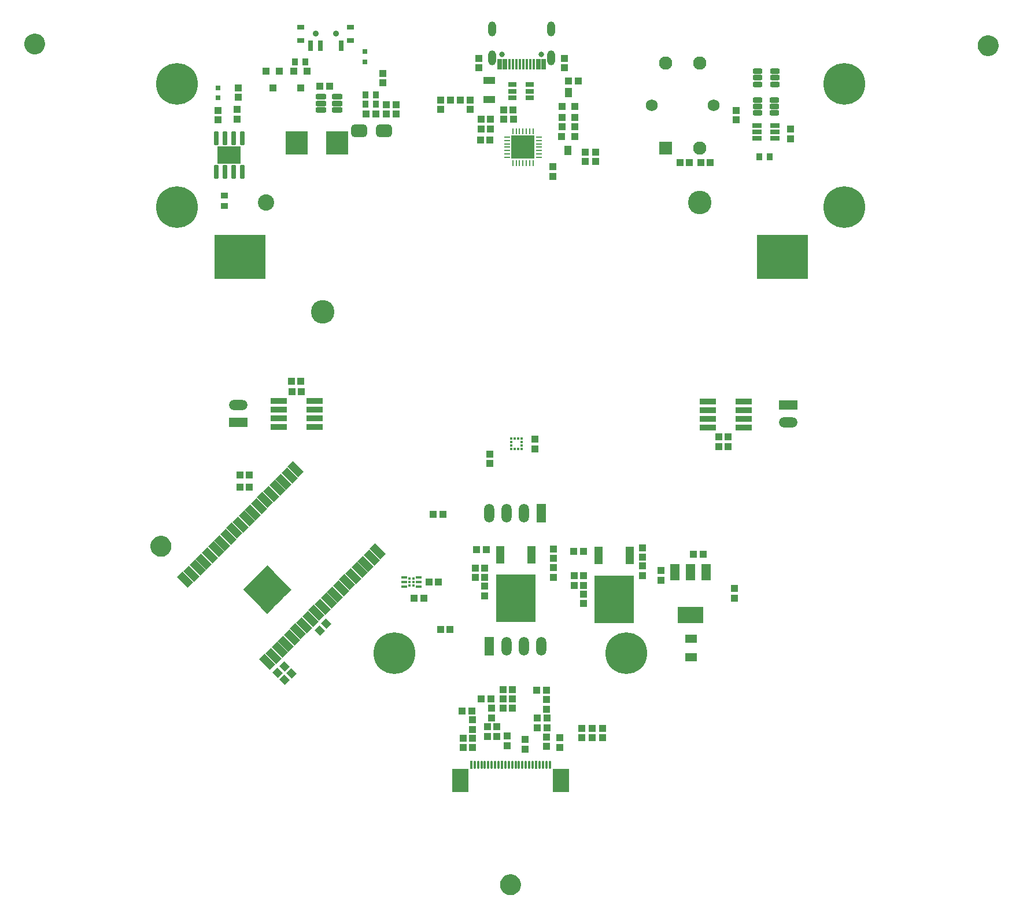
<source format=gts>
G04*
G04 #@! TF.GenerationSoftware,Altium Limited,Altium Designer,23.8.1 (32)*
G04*
G04 Layer_Color=8388736*
%FSLAX25Y25*%
%MOIN*%
G70*
G04*
G04 #@! TF.SameCoordinates,36DDD1C1-7BD6-4DAF-97DA-8CC6A3F3F012*
G04*
G04*
G04 #@! TF.FilePolarity,Negative*
G04*
G01*
G75*
%ADD27R,0.06922X0.05140*%
%ADD29R,0.29400X0.25500*%
%ADD32R,0.01476X0.01378*%
%ADD33R,0.01378X0.01476*%
%ADD39R,0.03150X0.03150*%
%ADD52R,0.03800X0.01000*%
%ADD53R,0.01000X0.03800*%
%ADD54R,0.03937X0.03150*%
%ADD55R,0.02756X0.05906*%
%ADD61R,0.07087X0.03937*%
%ADD62R,0.05131X0.03162*%
%ADD63R,0.04343X0.03950*%
%ADD64R,0.09461X0.13792*%
%ADD65O,0.01260X0.05118*%
%ADD66R,0.01260X0.05118*%
%ADD67R,0.03950X0.04343*%
G04:AMPARAMS|DCode=68|XSize=43.43mil|YSize=39.5mil|CornerRadius=0mil|HoleSize=0mil|Usage=FLASHONLY|Rotation=135.000|XOffset=0mil|YOffset=0mil|HoleType=Round|Shape=Rectangle|*
%AMROTATEDRECTD68*
4,1,4,0.02932,-0.00139,0.00139,-0.02932,-0.02932,0.00139,-0.00139,0.02932,0.02932,-0.00139,0.0*
%
%ADD68ROTATEDRECTD68*%

%ADD69R,0.03950X0.03950*%
%ADD70R,0.01634X0.01339*%
%ADD71R,0.03307X0.01732*%
%ADD72R,0.09500X0.03200*%
G04:AMPARAMS|DCode=73|XSize=55.64mil|YSize=31.23mil|CornerRadius=9.81mil|HoleSize=0mil|Usage=FLASHONLY|Rotation=180.000|XOffset=0mil|YOffset=0mil|HoleType=Round|Shape=RoundedRectangle|*
%AMROUNDEDRECTD73*
21,1,0.05564,0.01161,0,0,180.0*
21,1,0.03602,0.03123,0,0,180.0*
1,1,0.01961,-0.01801,0.00581*
1,1,0.01961,0.01801,0.00581*
1,1,0.01961,0.01801,-0.00581*
1,1,0.01961,-0.01801,-0.00581*
%
%ADD73ROUNDEDRECTD73*%
%ADD74R,0.04343X0.03556*%
%ADD75R,0.12808X0.13398*%
%ADD76R,0.04343X0.03950*%
G04:AMPARAMS|DCode=77|XSize=81.5mil|YSize=27.56mil|CornerRadius=4.92mil|HoleSize=0mil|Usage=FLASHONLY|Rotation=90.000|XOffset=0mil|YOffset=0mil|HoleType=Round|Shape=RoundedRectangle|*
%AMROUNDEDRECTD77*
21,1,0.08150,0.01772,0,0,90.0*
21,1,0.07165,0.02756,0,0,90.0*
1,1,0.00984,0.00886,0.03583*
1,1,0.00984,0.00886,-0.03583*
1,1,0.00984,-0.00886,-0.03583*
1,1,0.00984,-0.00886,0.03583*
%
%ADD77ROUNDEDRECTD77*%
%ADD78R,0.13394X0.09894*%
%ADD79P,0.27839X4X180.0*%
G04:AMPARAMS|DCode=80|XSize=86.74mil|YSize=43.43mil|CornerRadius=0mil|HoleSize=0mil|Usage=FLASHONLY|Rotation=135.000|XOffset=0mil|YOffset=0mil|HoleType=Round|Shape=Rectangle|*
%AMROTATEDRECTD80*
4,1,4,0.04602,-0.01531,0.01531,-0.04602,-0.04602,0.01531,-0.01531,0.04602,0.04602,-0.01531,0.0*
%
%ADD80ROTATEDRECTD80*%

G04:AMPARAMS|DCode=81|XSize=61.94mil|YSize=31.23mil|CornerRadius=9.81mil|HoleSize=0mil|Usage=FLASHONLY|Rotation=0.000|XOffset=0mil|YOffset=0mil|HoleType=Round|Shape=RoundedRectangle|*
%AMROUNDEDRECTD81*
21,1,0.06194,0.01161,0,0,0.0*
21,1,0.04232,0.03123,0,0,0.0*
1,1,0.01961,0.02116,-0.00581*
1,1,0.01961,-0.02116,-0.00581*
1,1,0.01961,-0.02116,0.00581*
1,1,0.01961,0.02116,0.00581*
%
%ADD81ROUNDEDRECTD81*%
G04:AMPARAMS|DCode=82|XSize=93.43mil|YSize=74.53mil|CornerRadius=21.97mil|HoleSize=0mil|Usage=FLASHONLY|Rotation=0.000|XOffset=0mil|YOffset=0mil|HoleType=Round|Shape=RoundedRectangle|*
%AMROUNDEDRECTD82*
21,1,0.09343,0.03061,0,0,0.0*
21,1,0.04950,0.07453,0,0,0.0*
1,1,0.04393,0.02475,-0.01530*
1,1,0.04393,-0.02475,-0.01530*
1,1,0.04393,-0.02475,0.01530*
1,1,0.04393,0.02475,0.01530*
%
%ADD82ROUNDEDRECTD82*%
%ADD83R,0.05524X0.02965*%
%ADD84R,0.14580X0.09461*%
%ADD85R,0.05524X0.09461*%
%ADD86R,0.22650X0.27572*%
%ADD87R,0.04737X0.10249*%
%ADD88R,0.13200X0.13200*%
%ADD89R,0.03556X0.04343*%
%ADD90R,0.04400X0.04400*%
%ADD91R,0.04400X0.05800*%
%ADD92R,0.02756X0.06102*%
%ADD93R,0.01575X0.06102*%
%ADD94C,0.13583*%
%ADD95C,0.09400*%
%ADD96C,0.06902*%
%ADD97R,0.07690X0.07690*%
%ADD98C,0.07690*%
%ADD99R,0.10800X0.05800*%
%ADD100O,0.10800X0.05800*%
%ADD101O,0.05800X0.10800*%
%ADD102R,0.05800X0.10800*%
%ADD103C,0.24028*%
%ADD104C,0.03543*%
%ADD105C,0.03150*%
%ADD106O,0.04528X0.08661*%
G36*
X-272389Y459274D02*
X-271297Y458822D01*
X-270315Y458165D01*
X-269479Y457330D01*
X-268822Y456347D01*
X-268370Y455255D01*
X-268139Y454096D01*
Y453505D01*
Y452914D01*
X-268370Y451755D01*
X-268822Y450663D01*
X-269479Y449680D01*
X-270315Y448844D01*
X-271297Y448188D01*
X-272389Y447735D01*
X-273548Y447505D01*
X-274730D01*
X-275889Y447735D01*
X-276981Y448188D01*
X-277964Y448844D01*
X-278800Y449680D01*
X-279456Y450663D01*
X-279909Y451755D01*
X-280139Y452914D01*
Y453505D01*
Y454096D01*
X-279909Y455255D01*
X-279456Y456347D01*
X-278800Y457330D01*
X-277964Y458165D01*
X-276981Y458822D01*
X-275889Y459274D01*
X-274730Y459505D01*
X-273548D01*
X-272389Y459274D01*
D02*
G37*
G36*
X277111Y458274D02*
X278203Y457822D01*
X279185Y457165D01*
X280021Y456329D01*
X280678Y455347D01*
X281130Y454255D01*
X281361Y453096D01*
Y452505D01*
Y451914D01*
X281130Y450755D01*
X280678Y449663D01*
X280021Y448680D01*
X279185Y447844D01*
X278203Y447188D01*
X277111Y446735D01*
X275952Y446505D01*
X274770D01*
X273610Y446735D01*
X272519Y447188D01*
X271536Y447844D01*
X270700Y448680D01*
X270043Y449663D01*
X269591Y450755D01*
X269361Y451914D01*
Y452505D01*
Y453096D01*
X269591Y454255D01*
X270043Y455347D01*
X270700Y456329D01*
X271536Y457165D01*
X272519Y457822D01*
X273610Y458274D01*
X274770Y458505D01*
X275952D01*
X277111Y458274D01*
D02*
G37*
G36*
X-199662Y169798D02*
X-198570Y169346D01*
X-197587Y168689D01*
X-196751Y167854D01*
X-196095Y166871D01*
X-195642Y165779D01*
X-195412Y164620D01*
Y164029D01*
Y163438D01*
X-195642Y162279D01*
X-196095Y161187D01*
X-196751Y160204D01*
X-197587Y159368D01*
X-198570Y158712D01*
X-199662Y158259D01*
X-200821Y158029D01*
X-202003D01*
X-203162Y158259D01*
X-204254Y158712D01*
X-205237Y159368D01*
X-206072Y160204D01*
X-206729Y161187D01*
X-207181Y162279D01*
X-207412Y163438D01*
Y164029D01*
Y164620D01*
X-207181Y165779D01*
X-206729Y166871D01*
X-206072Y167854D01*
X-205237Y168689D01*
X-204254Y169346D01*
X-203162Y169798D01*
X-202003Y170029D01*
X-200821D01*
X-199662Y169798D01*
D02*
G37*
G36*
X-136321Y149313D02*
X-140024Y145610D01*
X-143726Y149313D01*
X-140024Y153015D01*
X-136321Y149313D01*
D02*
G37*
G36*
X-131213Y144204D02*
X-134915Y140502D01*
X-138618Y144204D01*
X-134915Y147907D01*
X-131213Y144204D01*
D02*
G37*
G36*
X-141430D02*
X-145132Y140502D01*
X-148835Y144204D01*
X-145132Y147907D01*
X-141430Y144204D01*
D02*
G37*
G36*
X-126104Y139096D02*
X-129807Y135393D01*
X-133510Y139096D01*
X-129807Y142798D01*
X-126104Y139096D01*
D02*
G37*
G36*
X-136321D02*
X-140024Y135393D01*
X-143726Y139096D01*
X-140024Y142798D01*
X-136321Y139096D01*
D02*
G37*
G36*
X-146538D02*
X-150241Y135393D01*
X-153943Y139096D01*
X-150241Y142798D01*
X-146538Y139096D01*
D02*
G37*
G36*
X-131213Y133987D02*
X-134915Y130285D01*
X-138618Y133987D01*
X-134915Y137690D01*
X-131213Y133987D01*
D02*
G37*
G36*
X-141430D02*
X-145132Y130285D01*
X-148835Y133987D01*
X-145132Y137690D01*
X-141430Y133987D01*
D02*
G37*
G36*
X-136321Y128879D02*
X-140024Y125176D01*
X-143726Y128879D01*
X-140024Y132582D01*
X-136321Y128879D01*
D02*
G37*
G36*
X1838Y-25202D02*
X2930Y-25654D01*
X3913Y-26311D01*
X4749Y-27146D01*
X5405Y-28129D01*
X5858Y-29221D01*
X6088Y-30380D01*
Y-30971D01*
Y-31562D01*
X5858Y-32721D01*
X5405Y-33813D01*
X4749Y-34796D01*
X3913Y-35632D01*
X2930Y-36288D01*
X1838Y-36740D01*
X679Y-36971D01*
X-503D01*
X-1662Y-36740D01*
X-2754Y-36288D01*
X-3737Y-35632D01*
X-4572Y-34796D01*
X-5229Y-33813D01*
X-5681Y-32721D01*
X-5912Y-31562D01*
Y-30971D01*
Y-30380D01*
X-5681Y-29221D01*
X-5229Y-28129D01*
X-4572Y-27146D01*
X-3737Y-26311D01*
X-2754Y-25654D01*
X-1662Y-25202D01*
X-503Y-24971D01*
X679D01*
X1838Y-25202D01*
D02*
G37*
D27*
X104000Y100081D02*
D03*
Y110919D02*
D03*
D29*
X156708Y330688D02*
D03*
X-155792D02*
D03*
D32*
X498Y225953D02*
D03*
Y223984D02*
D03*
Y222016D02*
D03*
Y220047D02*
D03*
X6502D02*
D03*
Y222016D02*
D03*
Y223984D02*
D03*
Y225953D02*
D03*
D33*
X2516Y219998D02*
D03*
X4484D02*
D03*
Y226002D02*
D03*
X2516D02*
D03*
D39*
X-84000Y443047D02*
D03*
Y448953D02*
D03*
X-168485Y422287D02*
D03*
Y428193D02*
D03*
D52*
X16423Y399881D02*
D03*
Y397913D02*
D03*
Y395944D02*
D03*
Y393976D02*
D03*
Y392007D02*
D03*
Y390039D02*
D03*
Y388070D02*
D03*
X-1877D02*
D03*
Y390039D02*
D03*
Y392007D02*
D03*
Y393976D02*
D03*
Y395944D02*
D03*
Y397913D02*
D03*
Y399881D02*
D03*
D53*
X13178Y384826D02*
D03*
X11210D02*
D03*
X9241D02*
D03*
X7272D02*
D03*
X5304D02*
D03*
X3336D02*
D03*
X1367D02*
D03*
Y403126D02*
D03*
X3336D02*
D03*
X5304D02*
D03*
X7272D02*
D03*
X9241D02*
D03*
X11210D02*
D03*
X13178D02*
D03*
D54*
X-120783Y463188D02*
D03*
X-92042D02*
D03*
X-120783Y455590D02*
D03*
X-92042D02*
D03*
D55*
X-97554Y452499D02*
D03*
X-115271D02*
D03*
X-109365D02*
D03*
D61*
X-12228Y432488D02*
D03*
Y421464D02*
D03*
D62*
X1317Y422468D02*
D03*
Y426208D02*
D03*
Y429948D02*
D03*
X11159D02*
D03*
Y426208D02*
D03*
Y422468D02*
D03*
D63*
X28500Y53756D02*
D03*
Y48244D02*
D03*
X14000Y225756D02*
D03*
Y220244D02*
D03*
X-12000Y211744D02*
D03*
Y217256D02*
D03*
X41000Y59256D02*
D03*
Y53744D02*
D03*
X20761Y48720D02*
D03*
Y54232D02*
D03*
X47273Y59232D02*
D03*
Y53720D02*
D03*
X-4227Y70720D02*
D03*
Y76232D02*
D03*
X-21739Y63976D02*
D03*
Y58464D02*
D03*
X-10727Y65220D02*
D03*
Y70732D02*
D03*
X20761Y70220D02*
D03*
Y75732D02*
D03*
X1273Y76232D02*
D03*
Y70720D02*
D03*
X-1688Y54758D02*
D03*
Y49246D02*
D03*
X8500Y47244D02*
D03*
Y52756D02*
D03*
X53273Y53720D02*
D03*
Y59232D02*
D03*
X-73500Y431000D02*
D03*
Y436512D02*
D03*
X-168592Y415253D02*
D03*
Y409741D02*
D03*
X-157509Y415732D02*
D03*
Y410220D02*
D03*
X76273Y163232D02*
D03*
Y157720D02*
D03*
X24773Y162488D02*
D03*
Y156976D02*
D03*
X76273Y152732D02*
D03*
Y147220D02*
D03*
X24773Y151732D02*
D03*
Y146220D02*
D03*
X-18227Y439720D02*
D03*
Y445232D02*
D03*
X31273Y445232D02*
D03*
Y439720D02*
D03*
X29773Y411232D02*
D03*
Y405720D02*
D03*
X37273Y405720D02*
D03*
Y411232D02*
D03*
X49273Y391232D02*
D03*
Y385720D02*
D03*
X24500Y377244D02*
D03*
Y382756D02*
D03*
X130000Y415256D02*
D03*
Y409744D02*
D03*
X129273Y139732D02*
D03*
Y134220D02*
D03*
X86773Y144476D02*
D03*
Y149988D02*
D03*
X36773Y141476D02*
D03*
Y146988D02*
D03*
X42273Y136488D02*
D03*
Y130976D02*
D03*
X42273Y141476D02*
D03*
Y146988D02*
D03*
X-20227Y145976D02*
D03*
Y151488D02*
D03*
X-14727Y140988D02*
D03*
Y135476D02*
D03*
X-14727Y145976D02*
D03*
Y151488D02*
D03*
X-40227Y421232D02*
D03*
Y415720D02*
D03*
X-23227Y421232D02*
D03*
Y415720D02*
D03*
X43273Y391232D02*
D03*
Y385720D02*
D03*
X161332Y398933D02*
D03*
Y404444D02*
D03*
D64*
X29000Y29142D02*
D03*
X-28874D02*
D03*
D65*
X22701Y38000D02*
D03*
X20732D02*
D03*
X18764D02*
D03*
X16795D02*
D03*
X12858D02*
D03*
X10890D02*
D03*
X8921D02*
D03*
X6953D02*
D03*
X4984D02*
D03*
X3016D02*
D03*
X1047D02*
D03*
X-921D02*
D03*
X-2890D02*
D03*
X-6827D02*
D03*
X-8795D02*
D03*
X-10764D02*
D03*
X-12732D02*
D03*
X-14701D02*
D03*
X-16669D02*
D03*
X-18638D02*
D03*
X-20606D02*
D03*
D66*
X14827D02*
D03*
X-4858D02*
D03*
X-22575D02*
D03*
D67*
X97744Y385000D02*
D03*
X103256D02*
D03*
X109744D02*
D03*
X115256D02*
D03*
X120079Y221464D02*
D03*
X125591D02*
D03*
X-120744Y259000D02*
D03*
X-126256D02*
D03*
X-40256Y116000D02*
D03*
X-34744D02*
D03*
X120017Y226976D02*
D03*
X125529D02*
D03*
X-120472Y252976D02*
D03*
X-125983D02*
D03*
X-49960Y133976D02*
D03*
X-55472D02*
D03*
X-44483Y182476D02*
D03*
X-38971D02*
D03*
X-4256Y81500D02*
D03*
X1256D02*
D03*
X-21744Y53500D02*
D03*
X-27256D02*
D03*
X-27256Y48000D02*
D03*
X-21744D02*
D03*
X-27756Y69000D02*
D03*
X-22244D02*
D03*
X-7744Y60000D02*
D03*
X-13256D02*
D03*
X-13256Y54500D02*
D03*
X-7744D02*
D03*
X-11244Y76000D02*
D03*
X-16756D02*
D03*
X15505Y64976D02*
D03*
X21017D02*
D03*
X21017Y59476D02*
D03*
X15505D02*
D03*
X20756Y81000D02*
D03*
X15244D02*
D03*
X-46983Y143476D02*
D03*
X-41471D02*
D03*
X-155983Y204976D02*
D03*
X-150471D02*
D03*
X-150471Y197976D02*
D03*
X-155983D02*
D03*
X33517Y431976D02*
D03*
X39028D02*
D03*
X-17227Y397976D02*
D03*
X-11716D02*
D03*
X-28972Y420976D02*
D03*
X-34483D02*
D03*
X111029Y159476D02*
D03*
X105517D02*
D03*
X36517Y161232D02*
D03*
X42028D02*
D03*
X-19483Y162232D02*
D03*
X-13972D02*
D03*
X-11472Y404476D02*
D03*
X-16983D02*
D03*
X-16983Y409976D02*
D03*
X-11472D02*
D03*
X1528Y415476D02*
D03*
X-3983D02*
D03*
X1784Y409976D02*
D03*
X-3728D02*
D03*
X-109756Y429000D02*
D03*
X-104244D02*
D03*
X-77668Y413188D02*
D03*
X-83180D02*
D03*
X-71483Y418476D02*
D03*
X-65971D02*
D03*
X-71483Y412976D02*
D03*
X-65971D02*
D03*
D68*
X-106051Y119449D02*
D03*
X-109949Y115551D02*
D03*
X-126279Y90925D02*
D03*
X-130176Y87027D02*
D03*
X-130279Y94924D02*
D03*
X-134176Y91027D02*
D03*
D69*
X-137000Y428276D02*
D03*
X-140740Y437724D02*
D03*
X-133260D02*
D03*
X-117260D02*
D03*
X-124740D02*
D03*
X-121000Y428276D02*
D03*
D70*
X-58092Y145385D02*
D03*
X-55828D02*
D03*
Y143417D02*
D03*
Y141448D02*
D03*
X-58092D02*
D03*
Y143417D02*
D03*
D71*
X-61192Y145976D02*
D03*
Y143417D02*
D03*
Y140858D02*
D03*
X-52727D02*
D03*
Y143417D02*
D03*
Y145976D02*
D03*
D72*
X-112927Y232633D02*
D03*
Y237633D02*
D03*
Y242633D02*
D03*
Y247633D02*
D03*
X-133527D02*
D03*
Y242633D02*
D03*
Y237633D02*
D03*
Y232633D02*
D03*
X113973Y247476D02*
D03*
Y242476D02*
D03*
Y237476D02*
D03*
Y232476D02*
D03*
X134573D02*
D03*
Y237476D02*
D03*
Y242476D02*
D03*
Y247476D02*
D03*
D73*
X142559Y437740D02*
D03*
Y434000D02*
D03*
Y430260D02*
D03*
X152441Y437740D02*
D03*
Y434000D02*
D03*
Y430260D02*
D03*
X142332Y421216D02*
D03*
Y417476D02*
D03*
Y413736D02*
D03*
X152214Y421216D02*
D03*
Y417476D02*
D03*
Y413736D02*
D03*
D74*
X-165000Y365953D02*
D03*
Y360047D02*
D03*
D75*
X-99787Y396500D02*
D03*
X-123213D02*
D03*
D76*
X-156973Y422720D02*
D03*
Y428232D02*
D03*
D77*
X-169638Y379756D02*
D03*
X-164638D02*
D03*
X-159638D02*
D03*
X-154638D02*
D03*
Y399244D02*
D03*
X-159638D02*
D03*
X-164638D02*
D03*
X-169638D02*
D03*
D78*
X-162138Y389500D02*
D03*
D79*
X-140024Y139096D02*
D03*
D80*
X-187350Y144664D02*
D03*
X-183814Y148199D02*
D03*
X-180279Y151735D02*
D03*
X-176743Y155270D02*
D03*
X-173208Y158806D02*
D03*
X-169672Y162341D02*
D03*
X-166137Y165877D02*
D03*
X-162601Y169412D02*
D03*
X-159066Y172948D02*
D03*
X-155530Y176483D02*
D03*
X-151995Y180019D02*
D03*
X-148459Y183554D02*
D03*
X-144923Y187090D02*
D03*
X-141388Y190626D02*
D03*
X-137852Y194161D02*
D03*
X-134317Y197697D02*
D03*
X-130781Y201232D02*
D03*
X-127246Y204768D02*
D03*
X-123710Y208303D02*
D03*
X-76384Y160977D02*
D03*
X-79920Y157442D02*
D03*
X-83455Y153906D02*
D03*
X-86991Y150371D02*
D03*
X-90526Y146835D02*
D03*
X-94062Y143299D02*
D03*
X-97597Y139764D02*
D03*
X-101133Y136228D02*
D03*
X-104668Y132693D02*
D03*
X-108204Y129157D02*
D03*
X-111740Y125622D02*
D03*
X-115275Y122086D02*
D03*
X-118811Y118551D02*
D03*
X-122346Y115015D02*
D03*
X-125882Y111480D02*
D03*
X-129417Y107944D02*
D03*
X-132953Y104409D02*
D03*
X-136488Y100873D02*
D03*
X-140024Y97338D02*
D03*
D81*
X-109031Y415495D02*
D03*
Y419236D02*
D03*
Y422976D02*
D03*
X-99818D02*
D03*
Y419236D02*
D03*
Y415495D02*
D03*
D82*
X-87067Y403500D02*
D03*
X-72933D02*
D03*
D83*
X152450Y402688D02*
D03*
Y406428D02*
D03*
Y398948D02*
D03*
X142213D02*
D03*
Y402688D02*
D03*
Y406428D02*
D03*
D84*
X103773Y124329D02*
D03*
D85*
X112828Y149134D02*
D03*
X103773D02*
D03*
X94717D02*
D03*
D86*
X59773Y133464D02*
D03*
X3273Y133964D02*
D03*
D87*
X50796Y158661D02*
D03*
X68749D02*
D03*
X-5704Y159161D02*
D03*
X12249D02*
D03*
D88*
X7272Y393976D02*
D03*
D89*
X149453Y388500D02*
D03*
X143547D02*
D03*
X-124231Y443054D02*
D03*
X-118325D02*
D03*
X-77472Y424188D02*
D03*
X-83377D02*
D03*
X-83377Y418688D02*
D03*
X-77472D02*
D03*
D90*
X29773Y417476D02*
D03*
X37273D02*
D03*
X37023Y399976D02*
D03*
X29523D02*
D03*
D91*
X33573Y425476D02*
D03*
X33223Y391976D02*
D03*
D92*
X-6273Y441917D02*
D03*
X-3123D02*
D03*
X16168D02*
D03*
X19318D02*
D03*
D93*
X-367D02*
D03*
X1601D02*
D03*
X3570D02*
D03*
X5538D02*
D03*
X13412D02*
D03*
X11444D02*
D03*
X9475D02*
D03*
X7507D02*
D03*
D94*
X109208Y362188D02*
D03*
X-108292Y299188D02*
D03*
D95*
X-140692Y362188D02*
D03*
D96*
X81556Y417976D02*
D03*
X116989D02*
D03*
D97*
X89430Y393370D02*
D03*
D98*
Y442582D02*
D03*
X109115Y393370D02*
D03*
Y442582D02*
D03*
D99*
X160000Y245500D02*
D03*
X-157000Y235500D02*
D03*
D100*
X160000D02*
D03*
X-157000Y245500D02*
D03*
D101*
X17773Y106476D02*
D03*
X7773D02*
D03*
X-2227D02*
D03*
X-12227Y182976D02*
D03*
X-2227D02*
D03*
X7773D02*
D03*
D102*
X-12227Y106476D02*
D03*
X17773Y182976D02*
D03*
D103*
X192351Y430279D02*
D03*
X-66929Y102338D02*
D03*
X66929D02*
D03*
X-192294Y359413D02*
D03*
Y430279D02*
D03*
X192351Y359413D02*
D03*
D104*
X-112318Y459389D02*
D03*
X-100507D02*
D03*
D105*
X-4855Y447606D02*
D03*
X17900D02*
D03*
D106*
X-10485Y461976D02*
D03*
X23530D02*
D03*
X-10485Y445519D02*
D03*
X23530D02*
D03*
M02*

</source>
